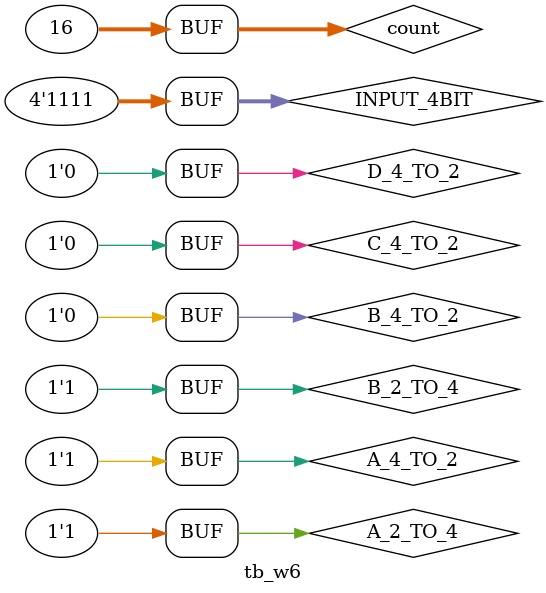
<source format=v>
`timescale 1ns/1ns

module tb_w6;
	
	//////////////////////////////////
	//////////////////////////////////
	//////////////////////////////////
	//4:2 Encoder
	//input 
	reg A_4_TO_2, B_4_TO_2, C_4_TO_2, D_4_TO_2;
	
	//output
	wire OUTPUT1_4_TO_2_B, OUTPUT0_4_TO_2_B; //behavioral modeling
	wire OUTPUT1_4_TO_2_D, OUTPUT0_4_TO_2_D; //dataflow modeling
	wire OUTPUT1_4_TO_2_G, OUTPUT0_4_TO_2_G; //gatelevel modeling	
	
	//////////////////////////////////
	//////////////////////////////////
	//////////////////////////////////
	//2:4 Decoder
	//input 
	reg A_2_TO_4, B_2_TO_4;
	
	//output
	wire OUTPUT3_2_TO_4_B, OUTPUT2_2_TO_4_B, OUTPUT1_2_TO_4_B, OUTPUT0_2_TO_4_B; //behavioral modeling
	wire OUTPUT3_2_TO_4_D, OUTPUT2_2_TO_4_D, OUTPUT1_2_TO_4_D, OUTPUT0_2_TO_4_D; //dataflow modeling
	wire OUTPUT3_2_TO_4_G, OUTPUT2_2_TO_4_G, OUTPUT1_2_TO_4_G, OUTPUT0_2_TO_4_G; //gatelevel modeling

	//////////////////////////////////
	//////////////////////////////////
	//////////////////////////////////
	//4:2 Priority Encoder
	//input 
	//Fill this out
	reg [3:0] INPUT_4BIT; // INPUT of this test bench
	
	//output
	//Fill this out
	wire OUT0_B, OUT1_B; // output wire of behavioral modeling
 	wire OUT0_D, OUT1_D; // output wire of dataflow modeling
	wire OUT0_G, OUT1_G; // output wire of gatelevel modeling
	
	//temporal variable for loop
	//You may use it to create your test plan for the 4:2 priority module
	integer count;

	//Module instantiation
	//4:2 Encoder
	four_to_two_encoder_behavioral_module four_to_two_encoder_behavioral( .a(A_4_TO_2), .b(B_4_TO_2), .c(C_4_TO_2), .d(D_4_TO_2), .out0(OUTPUT0_4_TO_2_B), .out1(OUTPUT1_4_TO_2_B));	
	four_to_two_encoder_dataflow_module four_to_two_encoder_dataflow( .a(A_4_TO_2), .b(B_4_TO_2), .c(C_4_TO_2), .d(D_4_TO_2), .out0(OUTPUT0_4_TO_2_D), .out1(OUTPUT1_4_TO_2_D));
	four_to_two_encoder_gatelevel_module four_to_two_encoder_gatelevel( .a(A_4_TO_2), .b(B_4_TO_2), .c(C_4_TO_2), .d(D_4_TO_2), .out0(OUTPUT0_4_TO_2_G), .out1(OUTPUT1_4_TO_2_G));
	
	
	//2:4 Decoder
	two_to_four_decoder_behavioral_module two_to_four_decoder_behavioral(.a(A_2_TO_4), .b(B_2_TO_4), .out0(OUTPUT0_2_TO_4_B), .out1(OUTPUT1_2_TO_4_B), .out2(OUTPUT2_2_TO_4_B), .out3(OUTPUT3_2_TO_4_B));
	two_to_four_decoder_dataflow_module two_to_four_decoder_dataflow(.a(A_2_TO_4), .b(B_2_TO_4), .out0(OUTPUT0_2_TO_4_D), .out1(OUTPUT1_2_TO_4_D), .out2(OUTPUT2_2_TO_4_D), .out3(OUTPUT3_2_TO_4_D));
	two_to_four_decoder_gatelevel_module two_to_four_decoder_gatelevel(.a(A_2_TO_4), .b(B_2_TO_4), .out0(OUTPUT0_2_TO_4_G), .out1(OUTPUT1_2_TO_4_G), .out2(OUTPUT2_2_TO_4_G), .out3(OUTPUT3_2_TO_4_G));
	
	//4:2 Priority encoder
	//Fill this out
	four_to_two_priority_encoder_behavioral_module four_to_two_prority_encoder_behavioral(.input_b_4bit(INPUT_4BIT), .out0(OUT0_B), .out1(OUT1_B));
	four_to_two_priority_encoder_dataflow_module four_to_two_prority_encoder_dataflow(.a(INPUT_4BIT[0]), .b(INPUT_4BIT[1]), .c(INPUT_4BIT[2]), .d(INPUT_4BIT[3]), .out0(OUT0_D), .out1(OUT1_D));
	four_to_two_priority_encoder_gatelevel_module four_to_two_prority_encoder_gatelevel(.a(INPUT_4BIT[0]), .b(INPUT_4BIT[1]), .c(INPUT_4BIT[2]), .d(INPUT_4BIT[3]), .out0(OUT0_G), .out1(OUT1_G));
	
	initial
	begin
		 A_4_TO_2 = 1'b0; B_4_TO_2 = 1'b0; C_4_TO_2 = 1'b0; D_4_TO_2 = 1'b0;
		 A_2_TO_4 = 1'b0; B_2_TO_4 = 1'b0;
		 //Fill this out
		 INPUT_4BIT = 4'b0000;// Initializing of the input bits [0000]
	end
	
	initial 
	begin	
		 
		 // Test pattern for 4:2 Encoder
		#10 A_4_TO_2 = 1'b0; B_4_TO_2 = 1'b0; C_4_TO_2 = 1'b0; D_4_TO_2 = 1'b1;	 
		#10 A_4_TO_2 = 1'b0; B_4_TO_2 = 1'b0; C_4_TO_2 = 1'b1; D_4_TO_2 = 1'b0;	
		#10 A_4_TO_2 = 1'b0; B_4_TO_2 = 1'b1; C_4_TO_2 = 1'b0; D_4_TO_2 = 1'b0;	
		#10 A_4_TO_2 = 1'b1; B_4_TO_2 = 1'b0; C_4_TO_2 = 1'b0; D_4_TO_2 = 1'b0;	
		
		#90 //delay to border the test of 2:4 Decoder
		#10 A_2_TO_4 = 1'b0; B_2_TO_4 = 1'b0;
		#10 A_2_TO_4 = 1'b0; B_2_TO_4 = 1'b1;
		#10 A_2_TO_4 = 1'b1; B_2_TO_4 = 1'b0;
		#10 A_2_TO_4 = 1'b1; B_2_TO_4 = 1'b1;
	
		#90 //delay to border the test of 4:2 Priority encoder		//Fill this out

/////////////////THE FIRST WAY OF TEST PATTERN//////////////////////////////////////////////////////////////////////////
		for (count=0; count<16 ; count=count+1)
			#10 INPUT_4BIT = count;

/////////////////THE SECOND WAY OF TEST PATTERN//////////////////////////////////////////////////////////

//		#10 INPUT_4BIT = 4'b0000;
//		#10 INPUT_4BIT = 4'b0001;
//		#10 INPUT_4BIT = 4'b0010;
//		#10 INPUT_4BIT = 4'b0011;
//		#10 INPUT_4BIT = 4'b0100;
//		#10 INPUT_4BIT = 4'b0101;
//		#10 INPUT_4BIT = 4'b0110;
//		#10 INPUT_4BIT = 4'b0111;
//		#10 INPUT_4BIT = 4'b1000;
//		#10 INPUT_4BIT = 4'b1001;
//		#10 INPUT_4BIT = 4'b1010;
//		#10 INPUT_4BIT = 4'b1011;
//		#10 INPUT_4BIT = 4'b1100;
//		#10 INPUT_4BIT = 4'b1101;
		
	end
	
	
endmodule



</source>
